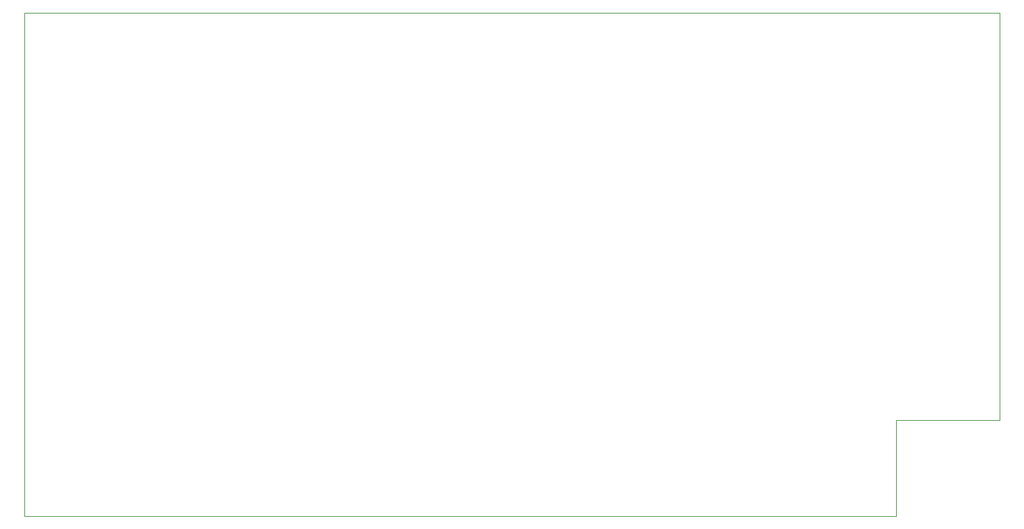
<source format=gbr>
%TF.GenerationSoftware,KiCad,Pcbnew,(5.1.6)-1*%
%TF.CreationDate,2021-06-14T09:51:15+02:00*%
%TF.ProjectId,ST25.004,53543235-2e30-4303-942e-6b696361645f,rev?*%
%TF.SameCoordinates,Original*%
%TF.FileFunction,Profile,NP*%
%FSLAX46Y46*%
G04 Gerber Fmt 4.6, Leading zero omitted, Abs format (unit mm)*
G04 Created by KiCad (PCBNEW (5.1.6)-1) date 2021-06-14 09:51:15*
%MOMM*%
%LPD*%
G01*
G04 APERTURE LIST*
%TA.AperFunction,Profile*%
%ADD10C,0.050000*%
%TD*%
G04 APERTURE END LIST*
D10*
X86000000Y-74000000D02*
X86000000Y-137000000D01*
X195000000Y-125000000D02*
X195000000Y-137000000D01*
X208000000Y-125000000D02*
X195000000Y-125000000D01*
X208000000Y-74000000D02*
X208000000Y-125000000D01*
X195000000Y-137000000D02*
X86000000Y-137000000D01*
X86000000Y-74000000D02*
X208000000Y-74000000D01*
M02*

</source>
